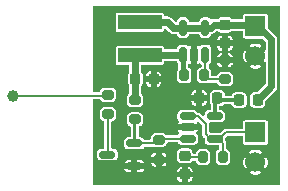
<source format=gbr>
%TF.GenerationSoftware,KiCad,Pcbnew,9.0.4*%
%TF.CreationDate,2025-09-28T21:19:40-04:00*%
%TF.ProjectId,esmonx,65736d6f-6e78-42e6-9b69-6361645f7063,A*%
%TF.SameCoordinates,Original*%
%TF.FileFunction,Copper,L1,Top*%
%TF.FilePolarity,Positive*%
%FSLAX46Y46*%
G04 Gerber Fmt 4.6, Leading zero omitted, Abs format (unit mm)*
G04 Created by KiCad (PCBNEW 9.0.4) date 2025-09-28 21:19:40*
%MOMM*%
%LPD*%
G01*
G04 APERTURE LIST*
G04 Aperture macros list*
%AMRoundRect*
0 Rectangle with rounded corners*
0 $1 Rounding radius*
0 $2 $3 $4 $5 $6 $7 $8 $9 X,Y pos of 4 corners*
0 Add a 4 corners polygon primitive as box body*
4,1,4,$2,$3,$4,$5,$6,$7,$8,$9,$2,$3,0*
0 Add four circle primitives for the rounded corners*
1,1,$1+$1,$2,$3*
1,1,$1+$1,$4,$5*
1,1,$1+$1,$6,$7*
1,1,$1+$1,$8,$9*
0 Add four rect primitives between the rounded corners*
20,1,$1+$1,$2,$3,$4,$5,0*
20,1,$1+$1,$4,$5,$6,$7,0*
20,1,$1+$1,$6,$7,$8,$9,0*
20,1,$1+$1,$8,$9,$2,$3,0*%
G04 Aperture macros list end*
%TA.AperFunction,SMDPad,CuDef*%
%ADD10RoundRect,0.200000X0.200000X0.275000X-0.200000X0.275000X-0.200000X-0.275000X0.200000X-0.275000X0*%
%TD*%
%TA.AperFunction,SMDPad,CuDef*%
%ADD11RoundRect,0.218750X0.256250X-0.218750X0.256250X0.218750X-0.256250X0.218750X-0.256250X-0.218750X0*%
%TD*%
%TA.AperFunction,SMDPad,CuDef*%
%ADD12RoundRect,0.150000X0.150000X-0.512500X0.150000X0.512500X-0.150000X0.512500X-0.150000X-0.512500X0*%
%TD*%
%TA.AperFunction,SMDPad,CuDef*%
%ADD13RoundRect,0.200000X-0.275000X0.200000X-0.275000X-0.200000X0.275000X-0.200000X0.275000X0.200000X0*%
%TD*%
%TA.AperFunction,SMDPad,CuDef*%
%ADD14RoundRect,0.200000X0.275000X-0.200000X0.275000X0.200000X-0.275000X0.200000X-0.275000X-0.200000X0*%
%TD*%
%TA.AperFunction,SMDPad,CuDef*%
%ADD15C,1.000000*%
%TD*%
%TA.AperFunction,SMDPad,CuDef*%
%ADD16RoundRect,0.218750X-0.218750X-0.256250X0.218750X-0.256250X0.218750X0.256250X-0.218750X0.256250X0*%
%TD*%
%TA.AperFunction,SMDPad,CuDef*%
%ADD17RoundRect,0.225000X0.225000X0.250000X-0.225000X0.250000X-0.225000X-0.250000X0.225000X-0.250000X0*%
%TD*%
%TA.AperFunction,SMDPad,CuDef*%
%ADD18RoundRect,0.225000X-0.225000X-0.250000X0.225000X-0.250000X0.225000X0.250000X-0.225000X0.250000X0*%
%TD*%
%TA.AperFunction,SMDPad,CuDef*%
%ADD19R,3.700000X1.200000*%
%TD*%
%TA.AperFunction,ComponentPad*%
%ADD20R,1.700000X1.700000*%
%TD*%
%TA.AperFunction,ComponentPad*%
%ADD21C,1.700000*%
%TD*%
%TA.AperFunction,SMDPad,CuDef*%
%ADD22RoundRect,0.150000X-0.512500X-0.150000X0.512500X-0.150000X0.512500X0.150000X-0.512500X0.150000X0*%
%TD*%
%TA.AperFunction,SMDPad,CuDef*%
%ADD23RoundRect,0.150000X0.512500X0.150000X-0.512500X0.150000X-0.512500X-0.150000X0.512500X-0.150000X0*%
%TD*%
%TA.AperFunction,SMDPad,CuDef*%
%ADD24RoundRect,0.225000X0.250000X-0.225000X0.250000X0.225000X-0.250000X0.225000X-0.250000X-0.225000X0*%
%TD*%
%TA.AperFunction,Conductor*%
%ADD25C,0.200000*%
%TD*%
%TA.AperFunction,Conductor*%
%ADD26C,0.300000*%
%TD*%
%TA.AperFunction,Conductor*%
%ADD27C,0.400000*%
%TD*%
%TA.AperFunction,Conductor*%
%ADD28C,0.600000*%
%TD*%
G04 APERTURE END LIST*
D10*
%TO.P,R6,1,1*%
%TO.N,Net-(U1-INA-)*%
X163425000Y-78000000D03*
%TO.P,R6,2,2*%
%TO.N,Net-(D1-A)*%
X161775000Y-78000000D03*
%TD*%
D11*
%TO.P,D1,1,K*%
%TO.N,GND*%
X160200000Y-79487500D03*
%TO.P,D1,2,A*%
%TO.N,Net-(D1-A)*%
X160200000Y-77912500D03*
%TD*%
D12*
%TO.P,U2,5,VIN*%
%TO.N,VBAT*%
X160050000Y-67050000D03*
%TO.P,U2,4,EN/DT*%
X161950000Y-67050000D03*
%TO.P,U2,3,FB*%
%TO.N,Net-(U2-FB)*%
X161950000Y-69350000D03*
%TO.P,U2,2,GND*%
%TO.N,GND*%
X161000000Y-69350000D03*
%TO.P,U2,1,SW*%
%TO.N,VDDA*%
X160050000Y-69350000D03*
%TD*%
D13*
%TO.P,R2,1,1*%
%TO.N,Net-(R2-Pad1)*%
X153700000Y-72725000D03*
%TO.P,R2,2,2*%
%TO.N,Net-(Q1-G)*%
X153700000Y-74375000D03*
%TD*%
D14*
%TO.P,R4,1,1*%
%TO.N,Net-(U2-FB)*%
X163600000Y-71425000D03*
%TO.P,R4,2,2*%
%TO.N,GND*%
X163600000Y-69775000D03*
%TD*%
D15*
%TO.P,TP1,1,1*%
%TO.N,Net-(R2-Pad1)*%
X145650000Y-72800000D03*
%TD*%
D16*
%TO.P,L2,1,1*%
%TO.N,3V0*%
X164812500Y-73200000D03*
%TO.P,L2,2,2*%
%TO.N,VBAT*%
X166387500Y-73200000D03*
%TD*%
D17*
%TO.P,C3,1,1*%
%TO.N,GND*%
X157575000Y-71400000D03*
%TO.P,C3,2,2*%
%TO.N,VDDA*%
X156025000Y-71400000D03*
%TD*%
D18*
%TO.P,C1,1,1*%
%TO.N,GND*%
X161425000Y-73000000D03*
%TO.P,C1,2,2*%
%TO.N,3V0*%
X162975000Y-73000000D03*
%TD*%
D19*
%TO.P,L1,1,1*%
%TO.N,VBAT*%
X156400000Y-66600001D03*
%TO.P,L1,2,2*%
%TO.N,VDDA*%
X156400000Y-69400000D03*
%TD*%
D20*
%TO.P,J2,1,1*%
%TO.N,Net-(U1-INA-)*%
X166200000Y-75925000D03*
D21*
%TO.P,J2,2,2*%
%TO.N,GND*%
X166200000Y-78465000D03*
%TD*%
D22*
%TO.P,U1,1,OUTA*%
%TO.N,Net-(U1-INA-)*%
X160450000Y-74550000D03*
%TO.P,U1,2,V-*%
%TO.N,GND*%
X160450000Y-75500000D03*
%TO.P,U1,3,INA+*%
%TO.N,Net-(Q1-D)*%
X160450000Y-76450000D03*
%TO.P,U1,4,INA-*%
%TO.N,Net-(U1-INA-)*%
X162750000Y-76450000D03*
%TO.P,U1,5,V+*%
%TO.N,3V0*%
X162750000Y-74550000D03*
%TD*%
D20*
%TO.P,J1,1,1*%
%TO.N,VBAT*%
X166200000Y-66925000D03*
D21*
%TO.P,J1,2,2*%
%TO.N,GND*%
X166200000Y-69465000D03*
%TD*%
D13*
%TO.P,R1,1,1*%
%TO.N,Net-(Q1-D)*%
X158000000Y-76575000D03*
%TO.P,R1,2,2*%
%TO.N,GND*%
X158000000Y-78225000D03*
%TD*%
D10*
%TO.P,R5,1,1*%
%TO.N,Net-(U2-FB)*%
X161825000Y-71100000D03*
%TO.P,R5,2,2*%
%TO.N,VDDA*%
X160175000Y-71100000D03*
%TD*%
D13*
%TO.P,R3,1,1*%
%TO.N,VDDA*%
X156000000Y-73175000D03*
%TO.P,R3,2,2*%
%TO.N,Net-(Q1-D)*%
X156000000Y-74825000D03*
%TD*%
D23*
%TO.P,Q1,1,S*%
%TO.N,GND*%
X155937500Y-78750000D03*
%TO.P,Q1,2,D*%
%TO.N,Net-(Q1-D)*%
X155937500Y-76850000D03*
%TO.P,Q1,3,G*%
%TO.N,Net-(Q1-G)*%
X153662500Y-77800000D03*
%TD*%
D24*
%TO.P,C2,1,1*%
%TO.N,GND*%
X163600000Y-68375000D03*
%TO.P,C2,2,2*%
%TO.N,VBAT*%
X163600000Y-66825000D03*
%TD*%
D25*
%TO.N,Net-(U1-INA-)*%
X162750000Y-76450000D02*
X163150000Y-76450000D01*
X163675000Y-75925000D02*
X166200000Y-75925000D01*
X163150000Y-76450000D02*
X163675000Y-75925000D01*
%TO.N,Net-(D1-A)*%
X160200000Y-78012500D02*
X161762500Y-78012500D01*
X161762500Y-78012500D02*
X161775000Y-78000000D01*
%TO.N,Net-(U1-INA-)*%
X163425000Y-78000000D02*
X163425000Y-76825000D01*
X163425000Y-76825000D02*
X163050000Y-76450000D01*
X163050000Y-76450000D02*
X162750000Y-76450000D01*
X160450000Y-74550000D02*
X161350000Y-74550000D01*
X162000000Y-76100000D02*
X162350000Y-76450000D01*
X161350000Y-74550000D02*
X162000000Y-75200000D01*
X162000000Y-75200000D02*
X162000000Y-76100000D01*
X162350000Y-76450000D02*
X162750000Y-76450000D01*
%TO.N,Net-(Q1-D)*%
X160450000Y-76450000D02*
X158125000Y-76450000D01*
X158125000Y-76450000D02*
X158000000Y-76575000D01*
X155937500Y-76850000D02*
X157725000Y-76850000D01*
X157725000Y-76850000D02*
X158000000Y-76575000D01*
D26*
%TO.N,3V0*%
X164812500Y-73200000D02*
X162750000Y-73200000D01*
X162750000Y-73200000D02*
X162750000Y-74600000D01*
D25*
%TO.N,Net-(Q1-G)*%
X153700000Y-74375000D02*
X153700000Y-77762500D01*
X153700000Y-77762500D02*
X153662500Y-77800000D01*
%TO.N,Net-(R2-Pad1)*%
X145650000Y-72800000D02*
X153625000Y-72800000D01*
D27*
X153625000Y-72800000D02*
X153700000Y-72725000D01*
%TO.N,VDDA*%
X160175000Y-71100000D02*
X160050000Y-70975000D01*
X160050000Y-70975000D02*
X160050000Y-69350000D01*
D28*
%TO.N,VBAT*%
X166200000Y-66925000D02*
X166425000Y-66925000D01*
X167551000Y-68051000D02*
X167551000Y-72036500D01*
X166425000Y-66925000D02*
X167551000Y-68051000D01*
X167551000Y-72036500D02*
X166387500Y-73200000D01*
X162700000Y-66825000D02*
X163600000Y-66825000D01*
X161950000Y-67050000D02*
X162475000Y-67050000D01*
X162475000Y-67050000D02*
X162700000Y-66825000D01*
%TO.N,VDDA*%
X156025000Y-71400000D02*
X156025000Y-73150000D01*
X156025000Y-73150000D02*
X156000000Y-73175000D01*
X156450000Y-69350000D02*
X156025000Y-69775000D01*
X156025000Y-69775000D02*
X156025000Y-71400000D01*
D25*
%TO.N,Net-(U2-FB)*%
X163600000Y-71425000D02*
X162150000Y-71425000D01*
X162150000Y-71425000D02*
X161825000Y-71100000D01*
X161950000Y-69350000D02*
X161950000Y-70975000D01*
X161950000Y-70975000D02*
X161825000Y-71100000D01*
D28*
%TO.N,VBAT*%
X163600000Y-66825000D02*
X166100000Y-66825000D01*
X166100000Y-66825000D02*
X166200000Y-66925000D01*
X160050000Y-67050000D02*
X161950000Y-67050000D01*
X160050000Y-67050000D02*
X159200000Y-67050000D01*
X159200000Y-67050000D02*
X158750001Y-66600001D01*
X158750001Y-66600001D02*
X156400000Y-66600001D01*
%TO.N,VDDA*%
X160050000Y-69350000D02*
X156450000Y-69350000D01*
D25*
X156450000Y-69350000D02*
X156400000Y-69400000D01*
%TO.N,Net-(Q1-D)*%
X155937500Y-76850000D02*
X155937500Y-74912500D01*
X157875000Y-76850000D02*
X158000000Y-76725000D01*
X156000000Y-74825000D02*
X156000000Y-76787500D01*
X156000000Y-76787500D02*
X155937500Y-76850000D01*
%TD*%
%TA.AperFunction,Conductor*%
%TO.N,GND*%
G36*
X168258691Y-65219407D02*
G01*
X168294655Y-65268907D01*
X168299500Y-65299500D01*
X168299500Y-80300500D01*
X168280593Y-80358691D01*
X168231093Y-80394655D01*
X168200500Y-80399500D01*
X152499000Y-80399500D01*
X152440809Y-80380593D01*
X152404845Y-80331093D01*
X152400000Y-80300500D01*
X152400000Y-79737501D01*
X159525001Y-79737501D01*
X159525001Y-79739209D01*
X159540531Y-79837262D01*
X159600751Y-79955452D01*
X159694547Y-80049248D01*
X159812735Y-80109468D01*
X159910790Y-80124999D01*
X159950000Y-80124998D01*
X159950000Y-79737501D01*
X160450000Y-79737501D01*
X160450000Y-80124998D01*
X160450001Y-80124999D01*
X160489209Y-80124999D01*
X160587262Y-80109468D01*
X160705452Y-80049248D01*
X160799248Y-79955452D01*
X160859468Y-79837264D01*
X160875000Y-79739208D01*
X160875000Y-79737501D01*
X160874999Y-79737500D01*
X160450001Y-79737500D01*
X160450000Y-79737501D01*
X159950000Y-79737501D01*
X159949999Y-79737500D01*
X159525002Y-79737500D01*
X159525001Y-79737501D01*
X152400000Y-79737501D01*
X152400000Y-79000000D01*
X155084729Y-79000000D01*
X155084911Y-79001246D01*
X155136213Y-79106187D01*
X155218812Y-79188786D01*
X155323751Y-79240087D01*
X155391784Y-79249999D01*
X155687498Y-79249999D01*
X155687500Y-79249998D01*
X155687500Y-79000001D01*
X156187500Y-79000001D01*
X156187500Y-79249998D01*
X156187501Y-79249999D01*
X156483213Y-79249999D01*
X156483216Y-79249998D01*
X156551250Y-79240087D01*
X156560037Y-79235791D01*
X159525000Y-79235791D01*
X159525000Y-79237499D01*
X159525001Y-79237500D01*
X159949999Y-79237500D01*
X159950000Y-79237499D01*
X159950000Y-78850001D01*
X160450000Y-78850001D01*
X160450000Y-79237499D01*
X160450001Y-79237500D01*
X160874998Y-79237500D01*
X160874999Y-79237499D01*
X160874999Y-79235790D01*
X160859468Y-79137737D01*
X160799248Y-79019547D01*
X160705452Y-78925751D01*
X160587264Y-78865531D01*
X160489209Y-78850000D01*
X160450001Y-78850000D01*
X160450000Y-78850001D01*
X159950000Y-78850001D01*
X159950000Y-78850000D01*
X159949999Y-78849999D01*
X159910791Y-78850000D01*
X159812737Y-78865531D01*
X159694547Y-78925751D01*
X159600751Y-79019547D01*
X159540531Y-79137735D01*
X159525000Y-79235791D01*
X156560037Y-79235791D01*
X156656188Y-79188785D01*
X156683075Y-79161899D01*
X156738786Y-79106187D01*
X156790088Y-79001246D01*
X156790270Y-79000000D01*
X156187501Y-79000000D01*
X156187500Y-79000001D01*
X155687500Y-79000001D01*
X155687499Y-79000000D01*
X155084729Y-79000000D01*
X152400000Y-79000000D01*
X152400000Y-78499999D01*
X155084729Y-78499999D01*
X155084730Y-78500000D01*
X155687499Y-78500000D01*
X155687500Y-78499999D01*
X155687500Y-78250001D01*
X156187500Y-78250001D01*
X156187500Y-78499999D01*
X156187501Y-78500000D01*
X156790270Y-78500000D01*
X156790270Y-78499999D01*
X156790088Y-78498751D01*
X156785267Y-78488889D01*
X156785266Y-78488888D01*
X156778477Y-78475000D01*
X157327934Y-78475000D01*
X157339833Y-78550142D01*
X157339834Y-78550145D01*
X157397359Y-78663044D01*
X157486956Y-78752641D01*
X157599848Y-78810163D01*
X157599852Y-78810164D01*
X157693516Y-78824999D01*
X157749999Y-78824998D01*
X157750000Y-78824998D01*
X157750000Y-78475001D01*
X158250000Y-78475001D01*
X158250000Y-78824998D01*
X158250001Y-78824999D01*
X158306483Y-78824999D01*
X158306485Y-78824998D01*
X158400141Y-78810166D01*
X158400151Y-78810163D01*
X158513043Y-78752641D01*
X158602641Y-78663043D01*
X158660163Y-78550151D01*
X158660164Y-78550147D01*
X158672067Y-78475000D01*
X158250001Y-78475000D01*
X158250000Y-78475001D01*
X157750000Y-78475001D01*
X157749999Y-78475000D01*
X157327934Y-78475000D01*
X156778477Y-78475000D01*
X156738786Y-78393812D01*
X156656187Y-78311213D01*
X156551248Y-78259912D01*
X156483216Y-78250000D01*
X156187501Y-78250000D01*
X156187500Y-78250001D01*
X155687500Y-78250001D01*
X155687499Y-78250000D01*
X155391786Y-78250000D01*
X155391783Y-78250001D01*
X155323749Y-78259912D01*
X155218811Y-78311214D01*
X155136213Y-78393812D01*
X155084911Y-78498753D01*
X155084729Y-78499999D01*
X152400000Y-78499999D01*
X152400000Y-77616740D01*
X152799500Y-77616740D01*
X152799500Y-77983260D01*
X152806118Y-78028682D01*
X152809427Y-78051395D01*
X152838784Y-78111445D01*
X152860802Y-78156483D01*
X152943517Y-78239198D01*
X152991017Y-78262419D01*
X153048604Y-78290572D01*
X153048605Y-78290572D01*
X153048607Y-78290573D01*
X153116740Y-78300500D01*
X153116743Y-78300500D01*
X154208257Y-78300500D01*
X154208260Y-78300500D01*
X154276393Y-78290573D01*
X154381483Y-78239198D01*
X154464198Y-78156483D01*
X154515573Y-78051393D01*
X154525500Y-77983260D01*
X154525500Y-77975000D01*
X157327933Y-77975000D01*
X157749999Y-77975000D01*
X157750000Y-77974999D01*
X157750000Y-77625001D01*
X158250000Y-77625001D01*
X158250000Y-77974999D01*
X158250001Y-77975000D01*
X158672065Y-77975000D01*
X158672066Y-77974999D01*
X158660166Y-77899857D01*
X158660165Y-77899854D01*
X158602640Y-77786955D01*
X158513043Y-77697358D01*
X158441199Y-77660751D01*
X159524500Y-77660751D01*
X159524500Y-78164248D01*
X159540049Y-78262419D01*
X159540050Y-78262423D01*
X159580207Y-78341234D01*
X159600342Y-78380751D01*
X159694249Y-78474658D01*
X159812580Y-78534951D01*
X159879130Y-78545491D01*
X159910751Y-78550500D01*
X159910754Y-78550500D01*
X160489249Y-78550500D01*
X160517803Y-78545976D01*
X160587420Y-78534951D01*
X160705751Y-78474658D01*
X160799658Y-78380751D01*
X160806637Y-78367054D01*
X160823026Y-78350664D01*
X160836655Y-78331907D01*
X160844253Y-78329438D01*
X160849902Y-78323790D01*
X160894846Y-78313000D01*
X161090972Y-78313000D01*
X161149163Y-78331907D01*
X161185127Y-78381407D01*
X161188753Y-78396513D01*
X161189352Y-78400298D01*
X161189355Y-78400307D01*
X161239515Y-78498751D01*
X161246950Y-78513342D01*
X161336658Y-78603050D01*
X161449696Y-78660646D01*
X161543481Y-78675500D01*
X162006518Y-78675499D01*
X162006520Y-78675499D01*
X162006521Y-78675498D01*
X162053411Y-78668072D01*
X162100299Y-78660647D01*
X162100299Y-78660646D01*
X162100304Y-78660646D01*
X162213342Y-78603050D01*
X162303050Y-78513342D01*
X162360646Y-78400304D01*
X162375500Y-78306519D01*
X162375499Y-77693482D01*
X162364654Y-77625001D01*
X162360647Y-77599700D01*
X162360646Y-77599698D01*
X162360646Y-77599696D01*
X162303050Y-77486658D01*
X162213342Y-77396950D01*
X162100304Y-77339354D01*
X162100305Y-77339354D01*
X162006522Y-77324500D01*
X161543479Y-77324500D01*
X161543476Y-77324501D01*
X161449700Y-77339352D01*
X161449695Y-77339354D01*
X161336659Y-77396949D01*
X161246949Y-77486659D01*
X161189354Y-77599694D01*
X161184794Y-77628487D01*
X161181168Y-77635603D01*
X161181168Y-77643593D01*
X161167541Y-77662348D01*
X161157017Y-77683004D01*
X161149899Y-77686630D01*
X161145204Y-77693093D01*
X161123155Y-77700256D01*
X161102500Y-77710781D01*
X161087013Y-77712000D01*
X160968171Y-77712000D01*
X160909980Y-77693093D01*
X160874016Y-77643593D01*
X160870390Y-77628488D01*
X160865830Y-77599699D01*
X160859951Y-77562580D01*
X160799658Y-77444249D01*
X160705751Y-77350342D01*
X160701631Y-77348243D01*
X160587423Y-77290050D01*
X160587420Y-77290049D01*
X160562876Y-77286161D01*
X160489249Y-77274500D01*
X160489246Y-77274500D01*
X159910754Y-77274500D01*
X159910751Y-77274500D01*
X159812580Y-77290049D01*
X159812576Y-77290050D01*
X159694250Y-77350341D01*
X159600341Y-77444250D01*
X159540050Y-77562576D01*
X159540049Y-77562580D01*
X159524500Y-77660751D01*
X158441199Y-77660751D01*
X158400151Y-77639836D01*
X158400147Y-77639835D01*
X158306484Y-77625000D01*
X158250001Y-77625000D01*
X158250000Y-77625001D01*
X157750000Y-77625001D01*
X157750000Y-77624999D01*
X157693518Y-77625000D01*
X157693513Y-77625001D01*
X157599858Y-77639833D01*
X157599848Y-77639836D01*
X157486956Y-77697358D01*
X157397358Y-77786956D01*
X157339836Y-77899848D01*
X157339835Y-77899852D01*
X157327933Y-77975000D01*
X154525500Y-77975000D01*
X154525500Y-77616740D01*
X154515573Y-77548607D01*
X154464198Y-77443517D01*
X154381483Y-77360802D01*
X154340102Y-77340572D01*
X154276395Y-77309427D01*
X154249139Y-77305456D01*
X154208260Y-77299500D01*
X154208257Y-77299500D01*
X154099500Y-77299500D01*
X154041309Y-77280593D01*
X154005345Y-77231093D01*
X154000500Y-77200500D01*
X154000500Y-76666740D01*
X155074500Y-76666740D01*
X155074500Y-77033260D01*
X155081118Y-77078682D01*
X155084427Y-77101395D01*
X155120654Y-77175498D01*
X155135802Y-77206483D01*
X155218517Y-77289198D01*
X155263098Y-77310992D01*
X155323604Y-77340572D01*
X155323605Y-77340572D01*
X155323607Y-77340573D01*
X155391740Y-77350500D01*
X155391743Y-77350500D01*
X156483257Y-77350500D01*
X156483260Y-77350500D01*
X156551393Y-77340573D01*
X156656483Y-77289198D01*
X156739198Y-77206483D01*
X156739423Y-77206021D01*
X156739819Y-77205612D01*
X156743965Y-77199806D01*
X156744835Y-77200427D01*
X156781965Y-77162047D01*
X156828365Y-77150500D01*
X157556016Y-77150500D01*
X157591992Y-77159137D01*
X157592285Y-77158238D01*
X157599694Y-77160645D01*
X157599696Y-77160646D01*
X157693481Y-77175500D01*
X158306518Y-77175499D01*
X158306520Y-77175499D01*
X158306521Y-77175498D01*
X158353411Y-77168072D01*
X158400299Y-77160647D01*
X158400299Y-77160646D01*
X158400304Y-77160646D01*
X158513342Y-77103050D01*
X158603050Y-77013342D01*
X158660646Y-76900304D01*
X158671146Y-76834012D01*
X158698924Y-76779496D01*
X158753441Y-76751719D01*
X158768927Y-76750500D01*
X159559135Y-76750500D01*
X159617326Y-76769407D01*
X159643110Y-76800108D01*
X159643535Y-76799806D01*
X159647384Y-76805197D01*
X159648076Y-76806020D01*
X159648302Y-76806483D01*
X159731017Y-76889198D01*
X159753735Y-76900304D01*
X159836104Y-76940572D01*
X159836105Y-76940572D01*
X159836107Y-76940573D01*
X159904240Y-76950500D01*
X159904243Y-76950500D01*
X160995757Y-76950500D01*
X160995760Y-76950500D01*
X161063893Y-76940573D01*
X161168983Y-76889198D01*
X161251698Y-76806483D01*
X161303073Y-76701393D01*
X161313000Y-76633260D01*
X161313000Y-76266740D01*
X161303073Y-76198607D01*
X161251698Y-76093517D01*
X161202829Y-76044648D01*
X161175054Y-75990134D01*
X161184625Y-75929702D01*
X161202831Y-75904643D01*
X161251286Y-75856187D01*
X161302588Y-75751246D01*
X161302770Y-75750000D01*
X159597229Y-75750000D01*
X159597411Y-75751246D01*
X159648713Y-75856187D01*
X159697169Y-75904643D01*
X159703092Y-75916269D01*
X159712804Y-75924979D01*
X159716641Y-75942861D01*
X159724946Y-75959160D01*
X159722905Y-75972045D01*
X159725643Y-75984803D01*
X159718510Y-75999794D01*
X159715375Y-76019592D01*
X159700866Y-76040747D01*
X159699074Y-76042744D01*
X159648302Y-76093517D01*
X159642027Y-76106351D01*
X159632836Y-76116600D01*
X159617699Y-76125378D01*
X159605535Y-76137953D01*
X159588864Y-76142101D01*
X159579908Y-76147296D01*
X159571482Y-76146427D01*
X159559135Y-76149500D01*
X158656899Y-76149500D01*
X158598708Y-76130593D01*
X158586901Y-76120509D01*
X158513342Y-76046950D01*
X158400304Y-75989354D01*
X158400305Y-75989354D01*
X158306522Y-75974500D01*
X157693479Y-75974500D01*
X157693476Y-75974501D01*
X157599700Y-75989352D01*
X157599695Y-75989354D01*
X157486659Y-76046949D01*
X157396949Y-76136659D01*
X157339354Y-76249695D01*
X157324500Y-76343478D01*
X157324500Y-76450500D01*
X157305593Y-76508691D01*
X157256093Y-76544655D01*
X157225500Y-76549500D01*
X156828365Y-76549500D01*
X156770174Y-76530593D01*
X156744389Y-76499891D01*
X156743965Y-76500194D01*
X156740115Y-76494802D01*
X156739423Y-76493978D01*
X156739198Y-76493518D01*
X156739198Y-76493517D01*
X156656483Y-76410802D01*
X156623726Y-76394788D01*
X156551395Y-76359427D01*
X156524139Y-76355456D01*
X156483260Y-76349500D01*
X156483257Y-76349500D01*
X156399500Y-76349500D01*
X156341309Y-76330593D01*
X156305345Y-76281093D01*
X156300500Y-76250500D01*
X156300500Y-75511007D01*
X156319407Y-75452816D01*
X156368907Y-75416852D01*
X156384012Y-75413226D01*
X156400304Y-75410646D01*
X156513342Y-75353050D01*
X156603050Y-75263342D01*
X156660646Y-75150304D01*
X156675500Y-75056519D01*
X156675499Y-74593482D01*
X156673722Y-74582263D01*
X156660647Y-74499700D01*
X156660646Y-74499698D01*
X156660646Y-74499696D01*
X156603050Y-74386658D01*
X156583132Y-74366740D01*
X159587000Y-74366740D01*
X159587000Y-74733260D01*
X159593618Y-74778682D01*
X159596927Y-74801395D01*
X159638354Y-74886134D01*
X159648302Y-74906483D01*
X159697170Y-74955351D01*
X159724946Y-75009866D01*
X159715375Y-75070298D01*
X159697169Y-75095357D01*
X159648713Y-75143812D01*
X159597411Y-75248753D01*
X159597229Y-75249999D01*
X159597230Y-75250000D01*
X161302770Y-75250000D01*
X161302770Y-75249999D01*
X161302589Y-75248754D01*
X161255948Y-75153349D01*
X161247377Y-75092767D01*
X161276052Y-75038717D01*
X161331021Y-75011844D01*
X161391286Y-75022413D01*
X161414893Y-75039864D01*
X161670504Y-75295475D01*
X161698281Y-75349992D01*
X161699500Y-75365479D01*
X161699500Y-76139564D01*
X161719978Y-76215988D01*
X161719979Y-76215989D01*
X161748558Y-76265489D01*
X161759540Y-76284511D01*
X161859712Y-76384683D01*
X161861325Y-76386461D01*
X161872934Y-76412276D01*
X161885781Y-76437491D01*
X161886101Y-76441556D01*
X161886419Y-76442264D01*
X161886228Y-76443176D01*
X161887000Y-76452978D01*
X161887000Y-76633260D01*
X161893618Y-76678682D01*
X161896927Y-76701395D01*
X161935109Y-76779496D01*
X161948302Y-76806483D01*
X162031017Y-76889198D01*
X162053735Y-76900304D01*
X162136104Y-76940572D01*
X162136105Y-76940572D01*
X162136107Y-76940573D01*
X162204240Y-76950500D01*
X163025500Y-76950500D01*
X163083691Y-76969407D01*
X163119655Y-77018907D01*
X163124500Y-77049500D01*
X163124500Y-77266048D01*
X163105593Y-77324239D01*
X163070446Y-77354257D01*
X162986659Y-77396949D01*
X162896949Y-77486659D01*
X162839354Y-77599695D01*
X162824500Y-77693477D01*
X162824500Y-78306520D01*
X162824501Y-78306523D01*
X162839352Y-78400299D01*
X162839354Y-78400304D01*
X162896950Y-78513342D01*
X162986658Y-78603050D01*
X163099696Y-78660646D01*
X163193481Y-78675500D01*
X163656518Y-78675499D01*
X163656520Y-78675499D01*
X163656521Y-78675498D01*
X163703411Y-78668072D01*
X163750299Y-78660647D01*
X163750299Y-78660646D01*
X163750304Y-78660646D01*
X163863342Y-78603050D01*
X163953050Y-78513342D01*
X164010646Y-78400304D01*
X164016779Y-78361581D01*
X165150000Y-78361581D01*
X165150000Y-78568418D01*
X165190349Y-78771272D01*
X165269501Y-78962360D01*
X165269505Y-78962369D01*
X165301377Y-79010067D01*
X165717036Y-78594407D01*
X165734075Y-78657993D01*
X165799901Y-78772007D01*
X165892993Y-78865099D01*
X166007007Y-78930925D01*
X166070590Y-78947962D01*
X165654931Y-79363621D01*
X165702639Y-79395498D01*
X165893727Y-79474650D01*
X166096581Y-79514999D01*
X166096586Y-79515000D01*
X166303414Y-79515000D01*
X166303418Y-79514999D01*
X166506272Y-79474650D01*
X166697359Y-79395499D01*
X166745068Y-79363621D01*
X166329409Y-78947962D01*
X166392993Y-78930925D01*
X166507007Y-78865099D01*
X166600099Y-78772007D01*
X166665925Y-78657993D01*
X166682962Y-78594409D01*
X167098621Y-79010068D01*
X167130499Y-78962359D01*
X167209650Y-78771272D01*
X167249999Y-78568418D01*
X167250000Y-78568413D01*
X167250000Y-78361586D01*
X167249999Y-78361581D01*
X167209650Y-78158727D01*
X167130498Y-77967639D01*
X167098621Y-77919931D01*
X166682962Y-78335590D01*
X166665925Y-78272007D01*
X166600099Y-78157993D01*
X166507007Y-78064901D01*
X166392993Y-77999075D01*
X166329407Y-77982036D01*
X166745067Y-77566377D01*
X166697369Y-77534505D01*
X166697360Y-77534501D01*
X166506272Y-77455349D01*
X166303418Y-77415000D01*
X166096581Y-77415000D01*
X165893727Y-77455349D01*
X165702638Y-77534501D01*
X165654931Y-77566377D01*
X166070591Y-77982037D01*
X166007007Y-77999075D01*
X165892993Y-78064901D01*
X165799901Y-78157993D01*
X165734075Y-78272007D01*
X165717037Y-78335591D01*
X165301377Y-77919931D01*
X165269501Y-77967638D01*
X165190349Y-78158727D01*
X165150000Y-78361581D01*
X164016779Y-78361581D01*
X164025500Y-78306519D01*
X164025499Y-77693482D01*
X164025498Y-77693477D01*
X164025498Y-77693475D01*
X164013666Y-77618757D01*
X164010647Y-77599699D01*
X164010646Y-77599697D01*
X164010646Y-77599696D01*
X163953050Y-77486658D01*
X163863342Y-77396950D01*
X163861079Y-77395797D01*
X163779554Y-77354257D01*
X163736290Y-77310992D01*
X163725500Y-77266048D01*
X163725500Y-76785437D01*
X163725499Y-76785435D01*
X163705021Y-76709011D01*
X163705019Y-76709007D01*
X163665460Y-76640489D01*
X163641995Y-76617023D01*
X163638369Y-76609907D01*
X163631907Y-76605212D01*
X163624741Y-76583159D01*
X163614219Y-76562506D01*
X163613000Y-76547021D01*
X163613000Y-76452979D01*
X163631907Y-76394788D01*
X163641996Y-76382975D01*
X163770475Y-76254496D01*
X163824992Y-76226719D01*
X163840479Y-76225500D01*
X165050500Y-76225500D01*
X165108691Y-76244407D01*
X165144655Y-76293907D01*
X165149500Y-76324500D01*
X165149500Y-76794746D01*
X165149501Y-76794758D01*
X165161132Y-76853227D01*
X165161134Y-76853233D01*
X165192587Y-76900305D01*
X165205448Y-76919552D01*
X165271769Y-76963867D01*
X165316231Y-76972711D01*
X165330241Y-76975498D01*
X165330246Y-76975498D01*
X165330252Y-76975500D01*
X165330253Y-76975500D01*
X167069747Y-76975500D01*
X167069748Y-76975500D01*
X167128231Y-76963867D01*
X167194552Y-76919552D01*
X167238867Y-76853231D01*
X167250500Y-76794748D01*
X167250500Y-75055252D01*
X167238867Y-74996769D01*
X167194552Y-74930448D01*
X167194548Y-74930445D01*
X167128233Y-74886134D01*
X167128231Y-74886133D01*
X167128228Y-74886132D01*
X167128227Y-74886132D01*
X167069758Y-74874501D01*
X167069748Y-74874500D01*
X165330252Y-74874500D01*
X165330251Y-74874500D01*
X165330241Y-74874501D01*
X165271772Y-74886132D01*
X165271766Y-74886134D01*
X165205451Y-74930445D01*
X165205445Y-74930451D01*
X165161134Y-74996766D01*
X165161132Y-74996772D01*
X165149501Y-75055241D01*
X165149500Y-75055253D01*
X165149500Y-75525500D01*
X165130593Y-75583691D01*
X165081093Y-75619655D01*
X165050500Y-75624500D01*
X163635435Y-75624500D01*
X163559011Y-75644978D01*
X163559007Y-75644980D01*
X163490489Y-75684539D01*
X163254524Y-75920504D01*
X163200008Y-75948281D01*
X163184521Y-75949500D01*
X162399500Y-75949500D01*
X162341309Y-75930593D01*
X162305345Y-75881093D01*
X162300500Y-75850500D01*
X162300500Y-75153949D01*
X162302333Y-75153949D01*
X162311908Y-75102267D01*
X162356288Y-75060147D01*
X162398914Y-75050500D01*
X163295757Y-75050500D01*
X163295760Y-75050500D01*
X163363893Y-75040573D01*
X163468983Y-74989198D01*
X163551698Y-74906483D01*
X163603073Y-74801393D01*
X163613000Y-74733260D01*
X163613000Y-74366740D01*
X163603073Y-74298607D01*
X163602263Y-74296951D01*
X163566845Y-74224501D01*
X163551698Y-74193517D01*
X163468983Y-74110802D01*
X163468981Y-74110801D01*
X163363895Y-74059427D01*
X163336639Y-74055456D01*
X163295760Y-74049500D01*
X163295757Y-74049500D01*
X163199500Y-74049500D01*
X163184588Y-74044655D01*
X163168907Y-74044655D01*
X163156221Y-74035438D01*
X163141309Y-74030593D01*
X163132092Y-74017907D01*
X163119407Y-74008691D01*
X163114561Y-73993778D01*
X163105345Y-73981093D01*
X163100500Y-73950500D01*
X163100500Y-73774500D01*
X163119407Y-73716309D01*
X163168907Y-73680345D01*
X163199500Y-73675500D01*
X163233490Y-73675500D01*
X163254885Y-73672111D01*
X163333126Y-73659719D01*
X163453220Y-73598528D01*
X163472253Y-73579494D01*
X163526768Y-73551719D01*
X163542255Y-73550500D01*
X164110570Y-73550500D01*
X164168761Y-73569407D01*
X164198779Y-73604554D01*
X164250342Y-73705751D01*
X164344249Y-73799658D01*
X164462580Y-73859951D01*
X164529130Y-73870491D01*
X164560751Y-73875500D01*
X164560754Y-73875500D01*
X165064249Y-73875500D01*
X165092803Y-73870976D01*
X165162420Y-73859951D01*
X165280751Y-73799658D01*
X165374658Y-73705751D01*
X165434951Y-73587420D01*
X165448749Y-73500304D01*
X165450500Y-73489248D01*
X165450500Y-72910751D01*
X165440830Y-72849700D01*
X165434951Y-72812580D01*
X165374658Y-72694249D01*
X165280751Y-72600342D01*
X165219265Y-72569013D01*
X165162423Y-72540050D01*
X165162420Y-72540049D01*
X165137876Y-72536161D01*
X165064249Y-72524500D01*
X165064246Y-72524500D01*
X164560754Y-72524500D01*
X164560751Y-72524500D01*
X164462580Y-72540049D01*
X164462576Y-72540050D01*
X164344250Y-72600341D01*
X164250341Y-72694250D01*
X164198779Y-72795446D01*
X164155514Y-72838710D01*
X164110570Y-72849500D01*
X163724500Y-72849500D01*
X163666309Y-72830593D01*
X163630345Y-72781093D01*
X163625500Y-72750500D01*
X163625500Y-72716510D01*
X163616022Y-72656673D01*
X163609719Y-72616874D01*
X163609716Y-72616869D01*
X163609716Y-72616867D01*
X163548529Y-72496782D01*
X163548528Y-72496780D01*
X163453220Y-72401472D01*
X163453217Y-72401470D01*
X163333132Y-72340283D01*
X163333127Y-72340281D01*
X163333126Y-72340281D01*
X163299913Y-72335020D01*
X163233490Y-72324500D01*
X163233488Y-72324500D01*
X162716512Y-72324500D01*
X162716510Y-72324500D01*
X162616874Y-72340281D01*
X162616867Y-72340283D01*
X162496782Y-72401470D01*
X162401470Y-72496782D01*
X162340283Y-72616867D01*
X162340281Y-72616874D01*
X162324500Y-72716510D01*
X162324500Y-73283490D01*
X162340281Y-73383127D01*
X162340282Y-73383129D01*
X162388709Y-73478172D01*
X162399500Y-73523117D01*
X162399500Y-73950500D01*
X162380593Y-74008691D01*
X162331093Y-74044655D01*
X162300500Y-74049500D01*
X162204240Y-74049500D01*
X162170173Y-74054463D01*
X162136104Y-74059427D01*
X162031018Y-74110801D01*
X161948301Y-74193518D01*
X161896927Y-74298604D01*
X161887000Y-74366743D01*
X161887000Y-74423021D01*
X161868093Y-74481212D01*
X161818593Y-74517176D01*
X161757407Y-74517176D01*
X161717997Y-74493025D01*
X161534510Y-74309539D01*
X161515574Y-74298607D01*
X161512705Y-74296950D01*
X161512703Y-74296949D01*
X161483086Y-74279850D01*
X161465988Y-74269978D01*
X161389564Y-74249500D01*
X161389562Y-74249500D01*
X161340865Y-74249500D01*
X161282674Y-74230593D01*
X161256889Y-74199891D01*
X161256465Y-74200194D01*
X161252615Y-74194802D01*
X161251923Y-74193978D01*
X161251698Y-74193518D01*
X161251698Y-74193517D01*
X161168983Y-74110802D01*
X161168981Y-74110801D01*
X161063895Y-74059427D01*
X161036639Y-74055456D01*
X160995760Y-74049500D01*
X159904240Y-74049500D01*
X159870173Y-74054463D01*
X159836104Y-74059427D01*
X159731018Y-74110801D01*
X159648301Y-74193518D01*
X159596927Y-74298604D01*
X159596927Y-74298607D01*
X159587000Y-74366740D01*
X156583132Y-74366740D01*
X156513342Y-74296950D01*
X156400304Y-74239354D01*
X156400305Y-74239354D01*
X156306522Y-74224500D01*
X155693479Y-74224500D01*
X155693476Y-74224501D01*
X155599700Y-74239352D01*
X155599695Y-74239354D01*
X155486659Y-74296949D01*
X155396949Y-74386659D01*
X155339354Y-74499695D01*
X155324500Y-74593477D01*
X155324500Y-75056520D01*
X155324501Y-75056523D01*
X155339352Y-75150299D01*
X155339354Y-75150304D01*
X155396950Y-75263342D01*
X155486658Y-75353050D01*
X155582946Y-75402111D01*
X155626210Y-75445375D01*
X155637000Y-75490320D01*
X155637000Y-76250500D01*
X155618093Y-76308691D01*
X155568593Y-76344655D01*
X155538000Y-76349500D01*
X155391740Y-76349500D01*
X155357673Y-76354463D01*
X155323604Y-76359427D01*
X155218518Y-76410801D01*
X155135801Y-76493518D01*
X155084427Y-76598604D01*
X155081744Y-76617023D01*
X155074500Y-76666740D01*
X154000500Y-76666740D01*
X154000500Y-75061007D01*
X154019407Y-75002816D01*
X154068907Y-74966852D01*
X154084012Y-74963226D01*
X154100304Y-74960646D01*
X154213342Y-74903050D01*
X154303050Y-74813342D01*
X154360646Y-74700304D01*
X154375500Y-74606519D01*
X154375499Y-74143482D01*
X154373722Y-74132263D01*
X154360647Y-74049700D01*
X154360646Y-74049698D01*
X154360646Y-74049696D01*
X154303050Y-73936658D01*
X154213342Y-73846950D01*
X154100304Y-73789354D01*
X154100305Y-73789354D01*
X154006522Y-73774500D01*
X153393479Y-73774500D01*
X153393476Y-73774501D01*
X153299700Y-73789352D01*
X153299695Y-73789354D01*
X153186659Y-73846949D01*
X153096949Y-73936659D01*
X153039354Y-74049695D01*
X153024500Y-74143477D01*
X153024500Y-74606520D01*
X153024501Y-74606523D01*
X153039352Y-74700299D01*
X153039354Y-74700304D01*
X153096950Y-74813342D01*
X153186658Y-74903050D01*
X153299696Y-74960646D01*
X153315986Y-74963226D01*
X153370503Y-74991003D01*
X153398281Y-75045519D01*
X153399500Y-75061007D01*
X153399500Y-77200500D01*
X153380593Y-77258691D01*
X153331093Y-77294655D01*
X153300500Y-77299500D01*
X153116740Y-77299500D01*
X153082673Y-77304463D01*
X153048604Y-77309427D01*
X152943518Y-77360801D01*
X152860801Y-77443518D01*
X152809427Y-77548604D01*
X152807391Y-77562580D01*
X152799500Y-77616740D01*
X152400000Y-77616740D01*
X152400000Y-73199500D01*
X152418907Y-73141309D01*
X152468407Y-73105345D01*
X152499000Y-73100500D01*
X153004263Y-73100500D01*
X153062454Y-73119407D01*
X153092472Y-73154554D01*
X153096950Y-73163342D01*
X153186658Y-73253050D01*
X153299696Y-73310646D01*
X153393481Y-73325500D01*
X154006518Y-73325499D01*
X154006520Y-73325499D01*
X154006521Y-73325498D01*
X154053411Y-73318072D01*
X154100299Y-73310647D01*
X154100299Y-73310646D01*
X154100304Y-73310646D01*
X154213342Y-73253050D01*
X154303050Y-73163342D01*
X154360646Y-73050304D01*
X154375500Y-72956519D01*
X154375499Y-72493482D01*
X154371860Y-72470503D01*
X154360647Y-72399700D01*
X154360646Y-72399698D01*
X154360646Y-72399696D01*
X154303050Y-72286658D01*
X154213342Y-72196950D01*
X154100304Y-72139354D01*
X154100305Y-72139354D01*
X154006522Y-72124500D01*
X153393479Y-72124500D01*
X153393476Y-72124501D01*
X153299700Y-72139352D01*
X153299695Y-72139354D01*
X153186659Y-72196949D01*
X153096949Y-72286659D01*
X153039354Y-72399695D01*
X153036774Y-72415986D01*
X153008997Y-72470503D01*
X152954481Y-72498281D01*
X152938993Y-72499500D01*
X152499000Y-72499500D01*
X152440809Y-72480593D01*
X152404845Y-72431093D01*
X152400000Y-72400500D01*
X152400000Y-68780253D01*
X154349500Y-68780253D01*
X154349500Y-70019746D01*
X154349501Y-70019758D01*
X154361132Y-70078227D01*
X154361134Y-70078233D01*
X154405445Y-70144548D01*
X154405448Y-70144552D01*
X154471769Y-70188867D01*
X154512566Y-70196982D01*
X154530241Y-70200498D01*
X154530246Y-70200498D01*
X154530252Y-70200500D01*
X155425500Y-70200500D01*
X155483691Y-70219407D01*
X155519655Y-70268907D01*
X155524500Y-70299500D01*
X155524500Y-70782744D01*
X155505593Y-70840935D01*
X155495504Y-70852747D01*
X155451473Y-70896778D01*
X155451470Y-70896782D01*
X155390283Y-71016867D01*
X155390281Y-71016874D01*
X155374944Y-71113710D01*
X155374500Y-71116512D01*
X155374500Y-71683488D01*
X155389715Y-71779555D01*
X155390281Y-71783125D01*
X155390283Y-71783132D01*
X155451470Y-71903217D01*
X155451472Y-71903220D01*
X155495505Y-71947253D01*
X155523281Y-72001768D01*
X155524500Y-72017255D01*
X155524500Y-72569013D01*
X155505593Y-72627204D01*
X155491762Y-72641035D01*
X155492168Y-72641441D01*
X155486659Y-72646949D01*
X155486658Y-72646950D01*
X155439359Y-72694249D01*
X155396949Y-72736659D01*
X155339354Y-72849695D01*
X155324500Y-72943477D01*
X155324500Y-73406520D01*
X155324501Y-73406523D01*
X155339352Y-73500299D01*
X155339354Y-73500304D01*
X155396950Y-73613342D01*
X155486658Y-73703050D01*
X155599696Y-73760646D01*
X155693481Y-73775500D01*
X156306518Y-73775499D01*
X156306520Y-73775499D01*
X156306521Y-73775498D01*
X156353411Y-73768072D01*
X156400299Y-73760647D01*
X156400299Y-73760646D01*
X156400304Y-73760646D01*
X156513342Y-73703050D01*
X156603050Y-73613342D01*
X156660646Y-73500304D01*
X156671926Y-73429081D01*
X156675500Y-73406521D01*
X156675500Y-73283453D01*
X160775000Y-73283453D01*
X160790760Y-73382965D01*
X160790762Y-73382969D01*
X160851881Y-73502921D01*
X160947078Y-73598118D01*
X161067030Y-73659237D01*
X161067029Y-73659237D01*
X161166540Y-73674998D01*
X161166551Y-73674999D01*
X161175000Y-73674998D01*
X161175000Y-73250001D01*
X161675000Y-73250001D01*
X161675000Y-73674998D01*
X161675001Y-73674999D01*
X161683453Y-73674999D01*
X161782965Y-73659239D01*
X161782969Y-73659237D01*
X161902921Y-73598118D01*
X161998118Y-73502921D01*
X162059237Y-73382969D01*
X162075000Y-73283453D01*
X162075000Y-73250001D01*
X162074999Y-73250000D01*
X161675001Y-73250000D01*
X161675000Y-73250001D01*
X161175000Y-73250001D01*
X161174999Y-73250000D01*
X160775002Y-73250000D01*
X160775001Y-73250001D01*
X160775001Y-73283453D01*
X160775000Y-73283453D01*
X156675500Y-73283453D01*
X156675500Y-73208993D01*
X156675499Y-72943479D01*
X156675498Y-72943476D01*
X156660647Y-72849700D01*
X156660646Y-72849698D01*
X156660646Y-72849696D01*
X156603050Y-72736658D01*
X156582938Y-72716546D01*
X160775000Y-72716546D01*
X160775000Y-72749999D01*
X160775001Y-72750000D01*
X161174999Y-72750000D01*
X161175000Y-72749999D01*
X161175000Y-72325001D01*
X161675000Y-72325001D01*
X161675000Y-72749999D01*
X161675001Y-72750000D01*
X162074998Y-72750000D01*
X162074999Y-72749999D01*
X162074999Y-72716546D01*
X162059239Y-72617034D01*
X162059237Y-72617030D01*
X161998118Y-72497078D01*
X161902921Y-72401881D01*
X161782969Y-72340762D01*
X161782970Y-72340762D01*
X161683454Y-72325000D01*
X161675001Y-72325000D01*
X161675000Y-72325001D01*
X161175000Y-72325001D01*
X161175000Y-72324999D01*
X161166558Y-72325000D01*
X161166544Y-72325001D01*
X161067035Y-72340760D01*
X161067030Y-72340762D01*
X160947078Y-72401881D01*
X160851881Y-72497078D01*
X160790762Y-72617030D01*
X160775000Y-72716546D01*
X156582938Y-72716546D01*
X156551023Y-72684631D01*
X156547904Y-72680822D01*
X156538482Y-72656673D01*
X156526719Y-72633586D01*
X156526022Y-72624738D01*
X156525665Y-72623822D01*
X156525884Y-72622984D01*
X156525500Y-72618100D01*
X156525500Y-72017255D01*
X156544407Y-71959064D01*
X156554490Y-71947257D01*
X156598528Y-71903220D01*
X156659719Y-71783126D01*
X156675500Y-71683488D01*
X156675500Y-71683453D01*
X156925000Y-71683453D01*
X156940760Y-71782965D01*
X156940762Y-71782969D01*
X157001881Y-71902921D01*
X157097078Y-71998118D01*
X157217030Y-72059237D01*
X157217029Y-72059237D01*
X157316540Y-72074998D01*
X157316551Y-72074999D01*
X157325000Y-72074998D01*
X157325000Y-71650001D01*
X157825000Y-71650001D01*
X157825000Y-72074998D01*
X157825001Y-72074999D01*
X157833453Y-72074999D01*
X157932965Y-72059239D01*
X157932969Y-72059237D01*
X158052921Y-71998118D01*
X158148118Y-71902921D01*
X158209237Y-71782969D01*
X158225000Y-71683453D01*
X158225000Y-71650001D01*
X158224999Y-71650000D01*
X157825001Y-71650000D01*
X157825000Y-71650001D01*
X157325000Y-71650001D01*
X157324999Y-71650000D01*
X156925002Y-71650000D01*
X156925001Y-71650001D01*
X156925001Y-71683453D01*
X156925000Y-71683453D01*
X156675500Y-71683453D01*
X156675500Y-71116546D01*
X156925000Y-71116546D01*
X156925000Y-71149999D01*
X156925001Y-71150000D01*
X157324999Y-71150000D01*
X157325000Y-71149999D01*
X157325000Y-70725001D01*
X157825000Y-70725001D01*
X157825000Y-71149999D01*
X157825001Y-71150000D01*
X158224998Y-71150000D01*
X158224999Y-71149999D01*
X158224999Y-71116546D01*
X158209239Y-71017034D01*
X158209237Y-71017030D01*
X158148118Y-70897078D01*
X158052921Y-70801881D01*
X157932969Y-70740762D01*
X157932970Y-70740762D01*
X157833454Y-70725000D01*
X157825001Y-70725000D01*
X157825000Y-70725001D01*
X157325000Y-70725001D01*
X157325000Y-70724999D01*
X157316558Y-70725000D01*
X157316544Y-70725001D01*
X157217035Y-70740760D01*
X157217030Y-70740762D01*
X157097078Y-70801881D01*
X157001881Y-70897078D01*
X156940762Y-71017030D01*
X156925000Y-71116546D01*
X156675500Y-71116546D01*
X156675500Y-71116512D01*
X156672836Y-71099695D01*
X156671703Y-71092541D01*
X156659719Y-71016874D01*
X156659716Y-71016869D01*
X156659716Y-71016867D01*
X156598529Y-70896782D01*
X156598528Y-70896780D01*
X156598526Y-70896778D01*
X156554496Y-70852747D01*
X156526719Y-70798230D01*
X156525500Y-70782744D01*
X156525500Y-70299500D01*
X156544407Y-70241309D01*
X156593907Y-70205345D01*
X156624500Y-70200500D01*
X158269747Y-70200500D01*
X158269748Y-70200500D01*
X158328231Y-70188867D01*
X158394552Y-70144552D01*
X158438867Y-70078231D01*
X158450500Y-70019748D01*
X158450500Y-69949500D01*
X158469407Y-69891309D01*
X158518907Y-69855345D01*
X158549500Y-69850500D01*
X159457285Y-69850500D01*
X159515476Y-69869407D01*
X159551440Y-69918907D01*
X159555249Y-69935219D01*
X159557330Y-69949500D01*
X159559427Y-69963895D01*
X159610801Y-70068981D01*
X159610802Y-70068983D01*
X159620505Y-70078686D01*
X159648281Y-70133201D01*
X159649500Y-70148688D01*
X159649500Y-70557886D01*
X159638709Y-70602832D01*
X159589354Y-70699694D01*
X159574500Y-70793477D01*
X159574500Y-71406520D01*
X159574501Y-71406523D01*
X159589352Y-71500299D01*
X159589354Y-71500304D01*
X159646950Y-71613342D01*
X159736658Y-71703050D01*
X159849696Y-71760646D01*
X159943481Y-71775500D01*
X160406518Y-71775499D01*
X160406520Y-71775499D01*
X160406521Y-71775498D01*
X160453411Y-71768072D01*
X160500299Y-71760647D01*
X160500299Y-71760646D01*
X160500304Y-71760646D01*
X160613342Y-71703050D01*
X160703050Y-71613342D01*
X160760646Y-71500304D01*
X160775500Y-71406519D01*
X160775499Y-70793482D01*
X160775498Y-70793477D01*
X161224500Y-70793477D01*
X161224500Y-71406520D01*
X161224501Y-71406523D01*
X161239352Y-71500299D01*
X161239354Y-71500304D01*
X161296950Y-71613342D01*
X161386658Y-71703050D01*
X161499696Y-71760646D01*
X161593481Y-71775500D01*
X162056518Y-71775499D01*
X162056520Y-71775499D01*
X162056521Y-71775498D01*
X162090489Y-71770118D01*
X162150300Y-71760647D01*
X162150301Y-71760647D01*
X162150302Y-71760646D01*
X162150304Y-71760646D01*
X162182175Y-71744407D01*
X162198106Y-71736290D01*
X162243050Y-71725500D01*
X162866049Y-71725500D01*
X162924240Y-71744407D01*
X162954257Y-71779552D01*
X162996950Y-71863342D01*
X163086658Y-71953050D01*
X163199696Y-72010646D01*
X163293481Y-72025500D01*
X163906518Y-72025499D01*
X163906520Y-72025499D01*
X163906521Y-72025498D01*
X163958573Y-72017255D01*
X164000299Y-72010647D01*
X164000299Y-72010646D01*
X164000304Y-72010646D01*
X164113342Y-71953050D01*
X164203050Y-71863342D01*
X164260646Y-71750304D01*
X164275500Y-71656519D01*
X164275499Y-71193482D01*
X164263309Y-71116510D01*
X164260647Y-71099700D01*
X164260646Y-71099698D01*
X164260646Y-71099696D01*
X164203050Y-70986658D01*
X164113342Y-70896950D01*
X164000304Y-70839354D01*
X164000305Y-70839354D01*
X163906522Y-70824500D01*
X163293479Y-70824500D01*
X163293476Y-70824501D01*
X163199700Y-70839352D01*
X163199695Y-70839354D01*
X163086659Y-70896949D01*
X163086658Y-70896950D01*
X162996950Y-70986658D01*
X162954257Y-71070446D01*
X162910994Y-71113710D01*
X162866049Y-71124500D01*
X162524500Y-71124500D01*
X162466309Y-71105593D01*
X162430345Y-71056093D01*
X162425500Y-71025500D01*
X162425499Y-70793479D01*
X162425498Y-70793476D01*
X162410647Y-70699700D01*
X162410646Y-70699698D01*
X162410646Y-70699696D01*
X162353050Y-70586658D01*
X162279494Y-70513102D01*
X162251719Y-70458588D01*
X162250500Y-70443101D01*
X162250500Y-70240865D01*
X162269407Y-70182674D01*
X162300108Y-70156889D01*
X162299806Y-70156465D01*
X162305197Y-70152615D01*
X162306020Y-70151923D01*
X162306483Y-70151698D01*
X162389198Y-70068983D01*
X162410700Y-70025000D01*
X162927934Y-70025000D01*
X162939833Y-70100142D01*
X162939834Y-70100145D01*
X162997359Y-70213044D01*
X163086956Y-70302641D01*
X163199848Y-70360163D01*
X163199852Y-70360164D01*
X163293516Y-70374999D01*
X163349999Y-70374998D01*
X163350000Y-70374998D01*
X163350000Y-70025001D01*
X163850000Y-70025001D01*
X163850000Y-70374998D01*
X163850001Y-70374999D01*
X163906483Y-70374999D01*
X163906485Y-70374998D01*
X164000141Y-70360166D01*
X164000151Y-70360163D01*
X164113043Y-70302641D01*
X164158962Y-70256723D01*
X164202641Y-70213043D01*
X164260163Y-70100151D01*
X164260164Y-70100147D01*
X164272067Y-70025000D01*
X163850001Y-70025000D01*
X163850000Y-70025001D01*
X163350000Y-70025001D01*
X163349999Y-70025000D01*
X162927934Y-70025000D01*
X162410700Y-70025000D01*
X162440573Y-69963893D01*
X162450500Y-69895760D01*
X162450500Y-68804240D01*
X162440573Y-68736107D01*
X162390389Y-68633453D01*
X162925000Y-68633453D01*
X162940760Y-68732965D01*
X162940762Y-68732969D01*
X163001881Y-68852921D01*
X163097077Y-68948117D01*
X163213812Y-69007597D01*
X163257077Y-69050862D01*
X163266648Y-69111294D01*
X163238870Y-69165811D01*
X163206473Y-69185665D01*
X163206795Y-69186297D01*
X163086956Y-69247358D01*
X162997358Y-69336956D01*
X162939836Y-69449848D01*
X162939835Y-69449852D01*
X162927933Y-69525000D01*
X163349999Y-69525000D01*
X163350000Y-69524999D01*
X163350000Y-69175000D01*
X163345003Y-69170004D01*
X163317225Y-69115487D01*
X163326796Y-69055055D01*
X163345002Y-69029995D01*
X163350000Y-69024997D01*
X163350000Y-68625001D01*
X163850000Y-68625001D01*
X163850000Y-69024998D01*
X163854997Y-69029995D01*
X163882774Y-69084512D01*
X163873203Y-69144944D01*
X163854998Y-69170002D01*
X163850000Y-69175000D01*
X163850000Y-69524999D01*
X163850001Y-69525000D01*
X164272065Y-69525000D01*
X164272066Y-69524999D01*
X164260166Y-69449857D01*
X164260164Y-69449852D01*
X164235613Y-69401667D01*
X164235612Y-69401666D01*
X164202640Y-69336955D01*
X164113043Y-69247358D01*
X163993205Y-69186297D01*
X163993823Y-69185083D01*
X163951036Y-69153994D01*
X163932132Y-69095802D01*
X163951042Y-69037612D01*
X163986187Y-69007597D01*
X164102922Y-68948117D01*
X164198118Y-68852921D01*
X164259237Y-68732969D01*
X164275000Y-68633453D01*
X164275000Y-68625001D01*
X164274999Y-68625000D01*
X163850001Y-68625000D01*
X163850000Y-68625001D01*
X163350000Y-68625001D01*
X163349999Y-68625000D01*
X162925002Y-68625000D01*
X162925001Y-68625001D01*
X162925001Y-68633453D01*
X162925000Y-68633453D01*
X162390389Y-68633453D01*
X162389198Y-68631017D01*
X162306483Y-68548302D01*
X162278261Y-68534505D01*
X162201395Y-68496927D01*
X162174139Y-68492956D01*
X162133260Y-68487000D01*
X161766740Y-68487000D01*
X161732673Y-68491963D01*
X161698604Y-68496927D01*
X161593518Y-68548301D01*
X161593517Y-68548301D01*
X161593517Y-68548302D01*
X161544648Y-68597170D01*
X161490134Y-68624946D01*
X161429702Y-68615375D01*
X161404643Y-68597169D01*
X161356187Y-68548713D01*
X161251246Y-68497411D01*
X161250000Y-68497229D01*
X161250000Y-70202769D01*
X161251248Y-70202588D01*
X161356187Y-70151286D01*
X161404643Y-70102831D01*
X161416269Y-70096907D01*
X161424979Y-70087196D01*
X161442861Y-70083358D01*
X161459160Y-70075054D01*
X161472045Y-70077094D01*
X161484803Y-70074357D01*
X161499794Y-70081489D01*
X161519592Y-70084625D01*
X161540747Y-70099134D01*
X161542744Y-70100925D01*
X161593517Y-70151698D01*
X161606351Y-70157972D01*
X161616600Y-70167164D01*
X161625378Y-70182300D01*
X161637953Y-70194465D01*
X161642101Y-70211135D01*
X161647296Y-70220092D01*
X161646427Y-70228517D01*
X161649500Y-70240865D01*
X161649500Y-70331073D01*
X161630593Y-70389264D01*
X161581093Y-70425228D01*
X161565987Y-70428854D01*
X161499699Y-70439352D01*
X161499695Y-70439354D01*
X161386659Y-70496949D01*
X161296949Y-70586659D01*
X161239354Y-70699695D01*
X161224500Y-70793477D01*
X160775498Y-70793477D01*
X160775498Y-70793475D01*
X160760647Y-70699700D01*
X160760646Y-70699698D01*
X160760646Y-70699696D01*
X160703050Y-70586658D01*
X160613342Y-70496950D01*
X160538053Y-70458588D01*
X160504554Y-70441519D01*
X160488164Y-70425129D01*
X160469407Y-70411501D01*
X160466938Y-70403902D01*
X160461290Y-70398254D01*
X160450500Y-70353310D01*
X160450500Y-70196982D01*
X160469407Y-70138791D01*
X160518907Y-70102827D01*
X160580093Y-70102827D01*
X160619504Y-70126978D01*
X160643812Y-70151286D01*
X160748751Y-70202588D01*
X160750000Y-70202769D01*
X160750000Y-68497230D01*
X160749999Y-68497229D01*
X160748753Y-68497411D01*
X160643812Y-68548713D01*
X160595357Y-68597169D01*
X160540840Y-68624946D01*
X160480408Y-68615375D01*
X160455352Y-68597171D01*
X160406483Y-68548302D01*
X160378261Y-68534505D01*
X160301395Y-68496927D01*
X160274139Y-68492956D01*
X160233260Y-68487000D01*
X159866740Y-68487000D01*
X159832673Y-68491963D01*
X159798604Y-68496927D01*
X159693518Y-68548301D01*
X159610801Y-68631018D01*
X159559427Y-68736104D01*
X159559427Y-68736107D01*
X159555250Y-68764774D01*
X159528152Y-68819630D01*
X159473984Y-68848082D01*
X159457285Y-68849500D01*
X158545522Y-68849500D01*
X158487331Y-68830593D01*
X158451367Y-68781093D01*
X158448425Y-68769816D01*
X158441094Y-68732965D01*
X158438867Y-68721769D01*
X158394552Y-68655448D01*
X158357991Y-68631018D01*
X158328233Y-68611134D01*
X158328231Y-68611133D01*
X158328228Y-68611132D01*
X158328227Y-68611132D01*
X158269758Y-68599501D01*
X158269748Y-68599500D01*
X154530252Y-68599500D01*
X154530251Y-68599500D01*
X154530241Y-68599501D01*
X154471772Y-68611132D01*
X154471766Y-68611134D01*
X154405451Y-68655445D01*
X154405445Y-68655451D01*
X154361134Y-68721766D01*
X154361132Y-68721772D01*
X154349501Y-68780241D01*
X154349500Y-68780253D01*
X152400000Y-68780253D01*
X152400000Y-68116546D01*
X162925000Y-68116546D01*
X162925000Y-68124999D01*
X162925001Y-68125000D01*
X163349999Y-68125000D01*
X163350000Y-68124999D01*
X163350000Y-67725001D01*
X163850000Y-67725001D01*
X163850000Y-68124999D01*
X163850001Y-68125000D01*
X164274998Y-68125000D01*
X164274999Y-68124999D01*
X164274999Y-68116546D01*
X164259239Y-68017034D01*
X164259237Y-68017030D01*
X164198118Y-67897078D01*
X164102921Y-67801881D01*
X163982969Y-67740762D01*
X163982970Y-67740762D01*
X163883454Y-67725000D01*
X163850001Y-67725000D01*
X163850000Y-67725001D01*
X163350000Y-67725001D01*
X163350000Y-67725000D01*
X163316547Y-67725000D01*
X163316544Y-67725001D01*
X163217034Y-67740760D01*
X163217030Y-67740762D01*
X163097078Y-67801881D01*
X163001881Y-67897078D01*
X162940762Y-68017030D01*
X162925000Y-68116546D01*
X152400000Y-68116546D01*
X152400000Y-65980254D01*
X154349500Y-65980254D01*
X154349500Y-67219747D01*
X154349501Y-67219759D01*
X154361132Y-67278228D01*
X154361134Y-67278234D01*
X154400563Y-67337242D01*
X154405448Y-67344553D01*
X154471769Y-67388868D01*
X154516231Y-67397712D01*
X154530241Y-67400499D01*
X154530246Y-67400499D01*
X154530252Y-67400501D01*
X154530253Y-67400501D01*
X158269747Y-67400501D01*
X158269748Y-67400501D01*
X158328231Y-67388868D01*
X158394552Y-67344553D01*
X158438867Y-67278232D01*
X158449445Y-67225048D01*
X158479342Y-67171667D01*
X158534907Y-67146051D01*
X158594917Y-67157988D01*
X158616546Y-67174361D01*
X158892685Y-67450499D01*
X158892690Y-67450503D01*
X159006810Y-67516390D01*
X159006808Y-67516390D01*
X159006812Y-67516391D01*
X159006814Y-67516392D01*
X159134108Y-67550500D01*
X159265893Y-67550500D01*
X159457285Y-67550500D01*
X159515476Y-67569407D01*
X159551440Y-67618907D01*
X159555249Y-67635219D01*
X159558128Y-67654977D01*
X159559427Y-67663895D01*
X159610801Y-67768981D01*
X159610802Y-67768983D01*
X159693517Y-67851698D01*
X159706028Y-67857814D01*
X159798604Y-67903072D01*
X159798605Y-67903072D01*
X159798607Y-67903073D01*
X159866740Y-67913000D01*
X159866743Y-67913000D01*
X160233257Y-67913000D01*
X160233260Y-67913000D01*
X160301393Y-67903073D01*
X160406483Y-67851698D01*
X160489198Y-67768983D01*
X160540573Y-67663893D01*
X160544749Y-67635225D01*
X160571848Y-67580370D01*
X160626016Y-67551918D01*
X160642715Y-67550500D01*
X161357285Y-67550500D01*
X161415476Y-67569407D01*
X161451440Y-67618907D01*
X161455249Y-67635219D01*
X161458128Y-67654977D01*
X161459427Y-67663895D01*
X161510801Y-67768981D01*
X161510802Y-67768983D01*
X161593517Y-67851698D01*
X161606028Y-67857814D01*
X161698604Y-67903072D01*
X161698605Y-67903072D01*
X161698607Y-67903073D01*
X161766740Y-67913000D01*
X161766743Y-67913000D01*
X162133257Y-67913000D01*
X162133260Y-67913000D01*
X162201393Y-67903073D01*
X162306483Y-67851698D01*
X162389198Y-67768983D01*
X162440573Y-67663893D01*
X162444749Y-67635225D01*
X162471848Y-67580370D01*
X162526016Y-67551918D01*
X162537577Y-67550936D01*
X162540889Y-67550500D01*
X162540892Y-67550500D01*
X162668186Y-67516392D01*
X162668188Y-67516390D01*
X162668190Y-67516390D01*
X162782309Y-67450503D01*
X162782309Y-67450502D01*
X162782314Y-67450500D01*
X162843948Y-67388866D01*
X162878319Y-67354496D01*
X162885435Y-67350870D01*
X162890131Y-67344407D01*
X162912180Y-67337242D01*
X162932835Y-67326719D01*
X162948322Y-67325500D01*
X162982744Y-67325500D01*
X163040935Y-67344407D01*
X163052747Y-67354496D01*
X163087118Y-67388866D01*
X163096780Y-67398528D01*
X163096782Y-67398529D01*
X163216867Y-67459716D01*
X163216869Y-67459716D01*
X163216874Y-67459719D01*
X163292541Y-67471703D01*
X163316510Y-67475500D01*
X163316512Y-67475500D01*
X163883490Y-67475500D01*
X163904885Y-67472111D01*
X163983126Y-67459719D01*
X164103220Y-67398528D01*
X164125237Y-67376511D01*
X164147253Y-67354496D01*
X164201770Y-67326719D01*
X164217256Y-67325500D01*
X165050500Y-67325500D01*
X165108691Y-67344407D01*
X165144655Y-67393907D01*
X165149500Y-67424500D01*
X165149500Y-67794746D01*
X165149501Y-67794758D01*
X165160828Y-67851698D01*
X165161133Y-67853231D01*
X165205448Y-67919552D01*
X165271769Y-67963867D01*
X165316231Y-67972711D01*
X165330241Y-67975498D01*
X165330246Y-67975498D01*
X165330252Y-67975500D01*
X166726678Y-67975500D01*
X166784869Y-67994407D01*
X166796682Y-68004496D01*
X167021504Y-68229318D01*
X167049281Y-68283835D01*
X167050500Y-68299322D01*
X167050500Y-68927045D01*
X167031593Y-68985236D01*
X167021504Y-68997049D01*
X166682962Y-69335589D01*
X166665925Y-69272007D01*
X166600099Y-69157993D01*
X166507007Y-69064901D01*
X166392993Y-68999075D01*
X166329407Y-68982036D01*
X166745067Y-68566377D01*
X166697369Y-68534505D01*
X166697360Y-68534501D01*
X166506272Y-68455349D01*
X166303418Y-68415000D01*
X166096581Y-68415000D01*
X165893727Y-68455349D01*
X165702638Y-68534501D01*
X165654931Y-68566377D01*
X166070591Y-68982037D01*
X166007007Y-68999075D01*
X165892993Y-69064901D01*
X165799901Y-69157993D01*
X165734075Y-69272007D01*
X165717037Y-69335591D01*
X165301377Y-68919931D01*
X165269501Y-68967638D01*
X165190349Y-69158727D01*
X165150000Y-69361581D01*
X165150000Y-69568418D01*
X165190349Y-69771272D01*
X165269501Y-69962360D01*
X165269505Y-69962369D01*
X165301377Y-70010067D01*
X165717036Y-69594407D01*
X165734075Y-69657993D01*
X165799901Y-69772007D01*
X165892993Y-69865099D01*
X166007007Y-69930925D01*
X166070590Y-69947962D01*
X165654931Y-70363621D01*
X165702639Y-70395498D01*
X165893727Y-70474650D01*
X166096581Y-70514999D01*
X166096586Y-70515000D01*
X166303414Y-70515000D01*
X166303418Y-70514999D01*
X166506272Y-70474650D01*
X166697359Y-70395499D01*
X166745068Y-70363621D01*
X166329409Y-69947962D01*
X166392993Y-69930925D01*
X166507007Y-69865099D01*
X166600099Y-69772007D01*
X166665925Y-69657993D01*
X166682962Y-69594408D01*
X167021504Y-69932950D01*
X167049281Y-69987467D01*
X167050500Y-70002954D01*
X167050500Y-71788178D01*
X167031593Y-71846369D01*
X167021504Y-71858182D01*
X166384182Y-72495504D01*
X166329665Y-72523281D01*
X166314178Y-72524500D01*
X166135751Y-72524500D01*
X166037580Y-72540049D01*
X166037576Y-72540050D01*
X165919250Y-72600341D01*
X165825341Y-72694250D01*
X165765050Y-72812576D01*
X165765049Y-72812580D01*
X165749500Y-72910751D01*
X165749500Y-73489248D01*
X165765049Y-73587419D01*
X165765050Y-73587423D01*
X165770709Y-73598529D01*
X165825342Y-73705751D01*
X165919249Y-73799658D01*
X166037580Y-73859951D01*
X166104130Y-73870491D01*
X166135751Y-73875500D01*
X166135754Y-73875500D01*
X166639249Y-73875500D01*
X166667803Y-73870976D01*
X166737420Y-73859951D01*
X166855751Y-73799658D01*
X166949658Y-73705751D01*
X167009951Y-73587420D01*
X167023749Y-73500304D01*
X167025500Y-73489248D01*
X167025500Y-73310821D01*
X167044407Y-73252630D01*
X167054490Y-73240823D01*
X167951499Y-72343815D01*
X167953540Y-72340281D01*
X168017392Y-72229686D01*
X168051500Y-72102392D01*
X168051500Y-67985108D01*
X168033934Y-67919552D01*
X168017392Y-67857814D01*
X168017390Y-67857811D01*
X168017390Y-67857809D01*
X167951502Y-67743689D01*
X167951501Y-67743688D01*
X167951500Y-67743687D01*
X167951499Y-67743685D01*
X167279496Y-67071682D01*
X167251719Y-67017165D01*
X167250500Y-67001678D01*
X167250500Y-66055253D01*
X167250498Y-66055241D01*
X167239609Y-66000501D01*
X167238867Y-65996769D01*
X167194552Y-65930448D01*
X167194548Y-65930445D01*
X167128233Y-65886134D01*
X167128231Y-65886133D01*
X167128228Y-65886132D01*
X167128227Y-65886132D01*
X167069758Y-65874501D01*
X167069748Y-65874500D01*
X165330252Y-65874500D01*
X165330251Y-65874500D01*
X165330241Y-65874501D01*
X165271772Y-65886132D01*
X165271766Y-65886134D01*
X165205451Y-65930445D01*
X165205445Y-65930451D01*
X165161134Y-65996766D01*
X165161132Y-65996772D01*
X165149501Y-66055241D01*
X165149500Y-66055253D01*
X165149500Y-66225500D01*
X165130593Y-66283691D01*
X165081093Y-66319655D01*
X165050500Y-66324500D01*
X164217256Y-66324500D01*
X164159065Y-66305593D01*
X164147253Y-66295504D01*
X164103221Y-66251473D01*
X164103217Y-66251470D01*
X163983132Y-66190283D01*
X163983127Y-66190281D01*
X163983126Y-66190281D01*
X163949913Y-66185020D01*
X163883490Y-66174500D01*
X163883488Y-66174500D01*
X163316512Y-66174500D01*
X163316510Y-66174500D01*
X163216874Y-66190281D01*
X163216867Y-66190283D01*
X163096782Y-66251470D01*
X163096778Y-66251473D01*
X163052747Y-66295504D01*
X162998230Y-66323281D01*
X162982744Y-66324500D01*
X162765892Y-66324500D01*
X162634108Y-66324500D01*
X162562101Y-66343793D01*
X162506805Y-66358610D01*
X162503958Y-66359790D01*
X162501759Y-66359962D01*
X162500546Y-66360288D01*
X162500485Y-66360063D01*
X162442961Y-66364586D01*
X162396008Y-66335807D01*
X162394998Y-66336818D01*
X162389198Y-66331018D01*
X162389198Y-66331017D01*
X162306483Y-66248302D01*
X162306481Y-66248301D01*
X162201395Y-66196927D01*
X162174139Y-66192956D01*
X162133260Y-66187000D01*
X161766740Y-66187000D01*
X161732673Y-66191963D01*
X161698604Y-66196927D01*
X161593518Y-66248301D01*
X161510801Y-66331018D01*
X161459427Y-66436104D01*
X161459427Y-66436107D01*
X161455250Y-66464774D01*
X161428152Y-66519630D01*
X161373984Y-66548082D01*
X161357285Y-66549500D01*
X160642715Y-66549500D01*
X160584524Y-66530593D01*
X160548560Y-66481093D01*
X160544750Y-66464780D01*
X160540573Y-66436107D01*
X160489198Y-66331017D01*
X160406483Y-66248302D01*
X160406481Y-66248301D01*
X160301395Y-66196927D01*
X160274139Y-66192956D01*
X160233260Y-66187000D01*
X159866740Y-66187000D01*
X159832673Y-66191963D01*
X159798604Y-66196927D01*
X159693518Y-66248301D01*
X159610801Y-66331018D01*
X159559427Y-66436104D01*
X159559427Y-66436107D01*
X159555250Y-66464774D01*
X159551440Y-66472487D01*
X159551440Y-66481093D01*
X159538158Y-66499372D01*
X159528152Y-66519630D01*
X159520533Y-66523631D01*
X159515476Y-66530593D01*
X159493988Y-66537574D01*
X159473984Y-66548082D01*
X159457285Y-66549500D01*
X159448322Y-66549500D01*
X159390131Y-66530593D01*
X159378319Y-66520504D01*
X159057315Y-66199501D01*
X159057310Y-66199497D01*
X158943190Y-66133610D01*
X158943192Y-66133610D01*
X158893800Y-66120376D01*
X158815893Y-66099501D01*
X158815891Y-66099501D01*
X158549500Y-66099501D01*
X158491309Y-66080594D01*
X158455345Y-66031094D01*
X158450500Y-66000501D01*
X158450500Y-65980254D01*
X158450498Y-65980242D01*
X158447711Y-65966232D01*
X158438867Y-65921770D01*
X158394552Y-65855449D01*
X158394548Y-65855446D01*
X158328233Y-65811135D01*
X158328231Y-65811134D01*
X158328228Y-65811133D01*
X158328227Y-65811133D01*
X158269758Y-65799502D01*
X158269748Y-65799501D01*
X154530252Y-65799501D01*
X154530251Y-65799501D01*
X154530241Y-65799502D01*
X154471772Y-65811133D01*
X154471766Y-65811135D01*
X154405451Y-65855446D01*
X154405445Y-65855452D01*
X154361134Y-65921767D01*
X154361132Y-65921773D01*
X154349501Y-65980242D01*
X154349500Y-65980254D01*
X152400000Y-65980254D01*
X152400000Y-65299500D01*
X152418907Y-65241309D01*
X152468407Y-65205345D01*
X152499000Y-65200500D01*
X168200500Y-65200500D01*
X168258691Y-65219407D01*
G37*
%TD.AperFunction*%
%TD*%
M02*

</source>
